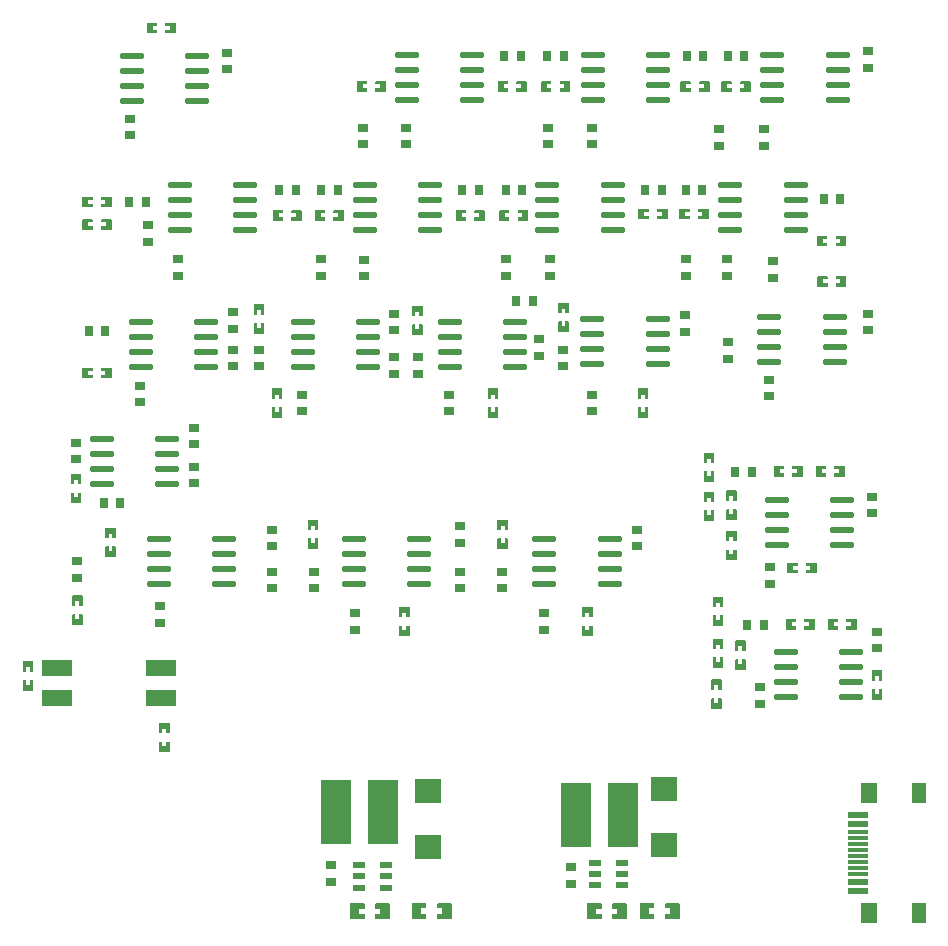
<source format=gtp>
G04 Layer: TopPasteMaskLayer*
G04 EasyEDA v6.5.40, 2024-04-23 11:15:46*
G04 c7e9cca6e7fb4e88997dfbcd3db0eb44,2d5800d2cc32464ebd88bb1e24ba3ef2,10*
G04 Gerber Generator version 0.2*
G04 Scale: 100 percent, Rotated: No, Reflected: No *
G04 Dimensions in inches *
G04 leading zeros omitted , absolute positions ,3 integer and 6 decimal *
%FSLAX36Y36*%
%MOIN*%

%AMMACRO1*21,1,$1,$2,0,0,$3*%
%ADD10R,0.0315X0.0354*%
%ADD11R,0.0354X0.0315*%
%ADD12MACRO1,0.0863X0.0806X0.0000*%
%ADD13R,0.0863X0.0806*%
%ADD14R,0.0984X0.2165*%
%ADD15R,0.0422X0.0209*%
%ADD16R,0.0472X0.0709*%
%ADD17R,0.0571X0.0709*%
%ADD18R,0.0650X0.0118*%
%ADD19R,0.0650X0.0236*%
%ADD20O,0.080512X0.02315*%
%ADD21MACRO1,0.1024X0.056X0.0000*%
%ADD22C,0.0122*%

%LPD*%
G36*
X2301020Y817960D02*
G01*
X2299060Y815980D01*
X2299060Y765600D01*
X2301020Y763620D01*
X2346300Y763620D01*
X2348260Y765600D01*
X2348080Y782120D01*
X2330740Y782120D01*
X2330740Y799840D01*
X2348460Y799840D01*
X2348260Y815980D01*
X2346300Y817960D01*
G37*
G36*
X2385660Y817960D02*
G01*
X2383700Y815980D01*
X2383900Y799840D01*
X2401220Y799840D01*
X2401220Y782120D01*
X2383700Y782120D01*
X2383700Y765600D01*
X2385660Y763620D01*
X2430940Y763620D01*
X2432920Y765600D01*
X2432920Y815980D01*
X2430940Y817960D01*
G37*
G36*
X1541020Y817960D02*
G01*
X1539060Y815980D01*
X1539060Y765600D01*
X1541020Y763620D01*
X1586300Y763620D01*
X1588260Y765600D01*
X1588080Y782120D01*
X1570740Y782120D01*
X1570740Y799840D01*
X1588460Y799840D01*
X1588260Y815980D01*
X1586300Y817960D01*
G37*
G36*
X1625660Y817960D02*
G01*
X1623700Y815980D01*
X1623899Y799840D01*
X1641220Y799840D01*
X1641220Y782120D01*
X1623700Y782120D01*
X1623700Y765600D01*
X1625660Y763620D01*
X1670940Y763620D01*
X1672920Y765600D01*
X1672920Y815980D01*
X1670940Y817960D01*
G37*
G36*
X2209680Y817700D02*
G01*
X2207720Y815720D01*
X2207920Y799200D01*
X2225240Y799200D01*
X2225240Y781480D01*
X2207520Y781480D01*
X2207720Y765340D01*
X2209680Y763360D01*
X2254960Y763360D01*
X2256940Y765340D01*
X2256940Y815720D01*
X2254960Y817700D01*
G37*
G36*
X2125040Y817700D02*
G01*
X2123080Y815720D01*
X2123080Y765340D01*
X2125040Y763360D01*
X2170320Y763360D01*
X2172280Y765340D01*
X2172080Y781480D01*
X2154760Y781480D01*
X2154760Y799200D01*
X2172280Y799200D01*
X2172280Y815720D01*
X2170320Y817700D01*
G37*
G36*
X1419680Y817700D02*
G01*
X1417720Y815720D01*
X1417920Y799200D01*
X1435240Y799200D01*
X1435240Y781480D01*
X1417520Y781480D01*
X1417720Y765340D01*
X1419680Y763360D01*
X1464960Y763360D01*
X1466940Y765340D01*
X1466940Y815720D01*
X1464960Y817700D01*
G37*
G36*
X1335040Y817700D02*
G01*
X1333080Y815720D01*
X1333080Y765340D01*
X1335040Y763360D01*
X1380320Y763360D01*
X1382280Y765340D01*
X1382080Y781480D01*
X1364760Y781480D01*
X1364760Y799200D01*
X1382280Y799200D01*
X1382280Y815720D01*
X1380320Y817700D01*
G37*
G36*
X2514260Y2256420D02*
G01*
X2512280Y2254440D01*
X2512280Y2222960D01*
X2514260Y2220980D01*
X2545740Y2220980D01*
X2547720Y2222960D01*
X2547720Y2254440D01*
X2545740Y2256420D01*
X2536780Y2256420D01*
X2536780Y2241840D01*
X2523780Y2241840D01*
X2523780Y2256420D01*
G37*
G36*
X2514260Y2319020D02*
G01*
X2512280Y2317040D01*
X2512280Y2285940D01*
X2514260Y2283980D01*
X2523780Y2283980D01*
X2523780Y2298940D01*
X2536780Y2298940D01*
X2536780Y2283980D01*
X2545740Y2283980D01*
X2547720Y2285940D01*
X2547720Y2317040D01*
X2545740Y2319020D01*
G37*
G36*
X2810560Y2274880D02*
G01*
X2808580Y2272900D01*
X2808580Y2263940D01*
X2823140Y2263940D01*
X2823140Y2250940D01*
X2808580Y2250940D01*
X2808580Y2241400D01*
X2810560Y2239440D01*
X2842040Y2239440D01*
X2844020Y2241400D01*
X2844020Y2272900D01*
X2842040Y2274880D01*
G37*
G36*
X2747960Y2274880D02*
G01*
X2745980Y2272900D01*
X2745980Y2241400D01*
X2747960Y2239440D01*
X2779060Y2239440D01*
X2781019Y2241400D01*
X2781019Y2250940D01*
X2766060Y2250940D01*
X2766060Y2263940D01*
X2781019Y2263940D01*
X2781019Y2272900D01*
X2779060Y2274880D01*
G37*
G36*
X2950560Y2274880D02*
G01*
X2948580Y2272900D01*
X2948580Y2263940D01*
X2963140Y2263940D01*
X2963140Y2250940D01*
X2948580Y2250940D01*
X2948580Y2241400D01*
X2950560Y2239440D01*
X2982040Y2239440D01*
X2984020Y2241400D01*
X2984020Y2272900D01*
X2982040Y2274880D01*
G37*
G36*
X2887960Y2274880D02*
G01*
X2885980Y2272900D01*
X2885980Y2241400D01*
X2887960Y2239440D01*
X2919060Y2239440D01*
X2921019Y2241400D01*
X2921019Y2250940D01*
X2906060Y2250940D01*
X2906060Y2263940D01*
X2921019Y2263940D01*
X2921019Y2272900D01*
X2919060Y2274880D01*
G37*
G36*
X2544260Y1776420D02*
G01*
X2542280Y1774440D01*
X2542280Y1742960D01*
X2544260Y1740980D01*
X2575740Y1740980D01*
X2577720Y1742960D01*
X2577720Y1774440D01*
X2575740Y1776420D01*
X2566780Y1776420D01*
X2566780Y1761840D01*
X2553780Y1761840D01*
X2553780Y1776420D01*
G37*
G36*
X2544260Y1839019D02*
G01*
X2542280Y1837040D01*
X2542280Y1805940D01*
X2544260Y1803980D01*
X2553780Y1803980D01*
X2553780Y1818940D01*
X2566780Y1818940D01*
X2566780Y1803980D01*
X2575740Y1803980D01*
X2577720Y1805940D01*
X2577720Y1837040D01*
X2575740Y1839019D01*
G37*
G36*
X2990560Y1764880D02*
G01*
X2988580Y1762900D01*
X2988580Y1753940D01*
X3003140Y1753940D01*
X3003140Y1740940D01*
X2988580Y1740940D01*
X2988580Y1731399D01*
X2990560Y1729440D01*
X3022040Y1729440D01*
X3024020Y1731399D01*
X3024020Y1762900D01*
X3022040Y1764880D01*
G37*
G36*
X2927960Y1764880D02*
G01*
X2925980Y1762900D01*
X2925980Y1731399D01*
X2927960Y1729440D01*
X2959060Y1729440D01*
X2961019Y1731399D01*
X2961019Y1740940D01*
X2946060Y1740940D01*
X2946060Y1753940D01*
X2961019Y1753940D01*
X2961019Y1762900D01*
X2959060Y1764880D01*
G37*
G36*
X2109260Y1805020D02*
G01*
X2107280Y1803040D01*
X2107280Y1771540D01*
X2109260Y1769580D01*
X2118220Y1769580D01*
X2118220Y1784139D01*
X2131220Y1784139D01*
X2131220Y1769580D01*
X2140740Y1769580D01*
X2142720Y1771540D01*
X2142720Y1803040D01*
X2140740Y1805020D01*
G37*
G36*
X2109260Y1742020D02*
G01*
X2107280Y1740060D01*
X2107280Y1708940D01*
X2109260Y1706980D01*
X2140740Y1706980D01*
X2142720Y1708940D01*
X2142720Y1740060D01*
X2140740Y1742020D01*
X2131220Y1742020D01*
X2131220Y1727060D01*
X2118220Y1727060D01*
X2118220Y1742020D01*
G37*
G36*
X1499259Y1805020D02*
G01*
X1497280Y1803040D01*
X1497280Y1771540D01*
X1499259Y1769580D01*
X1508220Y1769580D01*
X1508220Y1784139D01*
X1521220Y1784139D01*
X1521220Y1769580D01*
X1530740Y1769580D01*
X1532720Y1771540D01*
X1532720Y1803040D01*
X1530740Y1805020D01*
G37*
G36*
X1499259Y1742020D02*
G01*
X1497280Y1740060D01*
X1497280Y1708940D01*
X1499259Y1706980D01*
X1530740Y1706980D01*
X1532720Y1708940D01*
X1532720Y1740060D01*
X1530740Y1742020D01*
X1521220Y1742020D01*
X1521220Y1727060D01*
X1508220Y1727060D01*
X1508220Y1742020D01*
G37*
G36*
X519260Y2006420D02*
G01*
X517280Y2004440D01*
X517280Y1972960D01*
X519260Y1970980D01*
X550740Y1970980D01*
X552720Y1972960D01*
X552720Y2004440D01*
X550740Y2006420D01*
X541780Y2006420D01*
X541780Y1991840D01*
X528780Y1991840D01*
X528780Y2006420D01*
G37*
G36*
X519260Y2069019D02*
G01*
X517280Y2067040D01*
X517280Y2035940D01*
X519260Y2033980D01*
X528780Y2033980D01*
X528780Y2048940D01*
X541780Y2048940D01*
X541780Y2033980D01*
X550740Y2033980D01*
X552720Y2035940D01*
X552720Y2067040D01*
X550740Y2069019D01*
G37*
G36*
X1794259Y2533220D02*
G01*
X1792280Y2531240D01*
X1792280Y2499740D01*
X1794259Y2497780D01*
X1803220Y2497780D01*
X1803220Y2512340D01*
X1816220Y2512340D01*
X1816220Y2497780D01*
X1825740Y2497780D01*
X1827720Y2499740D01*
X1827720Y2531240D01*
X1825740Y2533220D01*
G37*
G36*
X1794259Y2470220D02*
G01*
X1792280Y2468260D01*
X1792280Y2437160D01*
X1794259Y2435180D01*
X1825740Y2435180D01*
X1827720Y2437160D01*
X1827720Y2468260D01*
X1825740Y2470220D01*
X1816220Y2470220D01*
X1816220Y2455260D01*
X1803220Y2455260D01*
X1803220Y2470220D01*
G37*
G36*
X2294260Y2533220D02*
G01*
X2292280Y2531240D01*
X2292280Y2499740D01*
X2294260Y2497780D01*
X2303220Y2497780D01*
X2303220Y2512340D01*
X2316220Y2512340D01*
X2316220Y2497780D01*
X2325740Y2497780D01*
X2327720Y2499740D01*
X2327720Y2531240D01*
X2325740Y2533220D01*
G37*
G36*
X2294260Y2470220D02*
G01*
X2292280Y2468260D01*
X2292280Y2437160D01*
X2294260Y2435180D01*
X2325740Y2435180D01*
X2327720Y2437160D01*
X2327720Y2468260D01*
X2325740Y2470220D01*
X2316220Y2470220D01*
X2316220Y2455260D01*
X2303220Y2455260D01*
X2303220Y2470220D01*
G37*
G36*
X720560Y3752720D02*
G01*
X718580Y3750740D01*
X718580Y3741780D01*
X733160Y3741780D01*
X733160Y3728780D01*
X718580Y3728780D01*
X718580Y3719260D01*
X720560Y3717280D01*
X752039Y3717280D01*
X754020Y3719260D01*
X754020Y3750740D01*
X752039Y3752720D01*
G37*
G36*
X657960Y3752720D02*
G01*
X655980Y3750740D01*
X655980Y3719260D01*
X657960Y3717280D01*
X689060Y3717280D01*
X691020Y3719260D01*
X691020Y3728780D01*
X676060Y3728780D01*
X676060Y3741780D01*
X691020Y3741780D01*
X691020Y3750740D01*
X689060Y3752720D01*
G37*
G36*
X2635560Y3557720D02*
G01*
X2633580Y3555740D01*
X2633580Y3546780D01*
X2648140Y3546780D01*
X2648140Y3533780D01*
X2633580Y3533780D01*
X2633580Y3524260D01*
X2635560Y3522280D01*
X2667040Y3522280D01*
X2669020Y3524260D01*
X2669020Y3555740D01*
X2667040Y3557720D01*
G37*
G36*
X2572960Y3557720D02*
G01*
X2570980Y3555740D01*
X2570980Y3524260D01*
X2572960Y3522280D01*
X2604060Y3522280D01*
X2606019Y3524260D01*
X2606019Y3533780D01*
X2591060Y3533780D01*
X2591060Y3546780D01*
X2606019Y3546780D01*
X2606019Y3555740D01*
X2604060Y3557720D01*
G37*
G36*
X1826200Y2033020D02*
G01*
X1824240Y2031060D01*
X1824240Y1999560D01*
X1826200Y1997600D01*
X1857700Y1997600D01*
X1859660Y1999560D01*
X1859660Y2031060D01*
X1857700Y2033020D01*
X1848720Y2033020D01*
X1848720Y2018460D01*
X1835720Y2018460D01*
X1835720Y2033020D01*
G37*
G36*
X1826200Y2095620D02*
G01*
X1824240Y2093660D01*
X1824240Y2062560D01*
X1826200Y2060580D01*
X1835720Y2060580D01*
X1835720Y2075540D01*
X1848720Y2075540D01*
X1848720Y2060580D01*
X1857700Y2060580D01*
X1859660Y2062560D01*
X1859660Y2093660D01*
X1857700Y2095620D01*
G37*
G36*
X1194260Y2033020D02*
G01*
X1192280Y2031060D01*
X1192280Y1999560D01*
X1194260Y1997600D01*
X1225740Y1997600D01*
X1227720Y1999560D01*
X1227720Y2031060D01*
X1225740Y2033020D01*
X1216780Y2033020D01*
X1216780Y2018460D01*
X1203780Y2018460D01*
X1203780Y2033020D01*
G37*
G36*
X1194260Y2095620D02*
G01*
X1192280Y2093660D01*
X1192280Y2062560D01*
X1194260Y2060580D01*
X1203780Y2060580D01*
X1203780Y2075540D01*
X1216780Y2075540D01*
X1216780Y2060580D01*
X1225740Y2060580D01*
X1227720Y2062560D01*
X1227720Y2093660D01*
X1225740Y2095620D01*
G37*
G36*
X409260Y1844019D02*
G01*
X407280Y1842040D01*
X407280Y1810560D01*
X409260Y1808580D01*
X418220Y1808580D01*
X418220Y1823160D01*
X431220Y1823160D01*
X431220Y1808580D01*
X440740Y1808580D01*
X442720Y1810560D01*
X442720Y1842040D01*
X440740Y1844019D01*
G37*
G36*
X409260Y1781020D02*
G01*
X407280Y1779060D01*
X407280Y1747960D01*
X409260Y1745980D01*
X440740Y1745980D01*
X442720Y1747960D01*
X442720Y1779060D01*
X440740Y1781020D01*
X431220Y1781020D01*
X431220Y1766060D01*
X418220Y1766060D01*
X418220Y1781020D01*
G37*
G36*
X1014260Y2814020D02*
G01*
X1012280Y2812040D01*
X1012280Y2780560D01*
X1014260Y2778580D01*
X1023220Y2778580D01*
X1023220Y2793159D01*
X1036220Y2793159D01*
X1036220Y2778580D01*
X1045740Y2778580D01*
X1047720Y2780560D01*
X1047720Y2812040D01*
X1045740Y2814020D01*
G37*
G36*
X1014260Y2751019D02*
G01*
X1012280Y2749060D01*
X1012280Y2717960D01*
X1014260Y2715980D01*
X1045740Y2715980D01*
X1047720Y2717960D01*
X1047720Y2749060D01*
X1045740Y2751019D01*
X1036220Y2751019D01*
X1036220Y2736060D01*
X1023220Y2736060D01*
X1023220Y2751019D01*
G37*
G36*
X1074260Y2533220D02*
G01*
X1072280Y2531240D01*
X1072280Y2499740D01*
X1074260Y2497780D01*
X1083220Y2497780D01*
X1083220Y2512340D01*
X1096220Y2512340D01*
X1096220Y2497780D01*
X1105740Y2497780D01*
X1107720Y2499740D01*
X1107720Y2531240D01*
X1105740Y2533220D01*
G37*
G36*
X1074260Y2470220D02*
G01*
X1072280Y2468260D01*
X1072280Y2437160D01*
X1074260Y2435180D01*
X1105740Y2435180D01*
X1107720Y2437160D01*
X1107720Y2468260D01*
X1105740Y2470220D01*
X1096220Y2470220D01*
X1096220Y2455260D01*
X1083220Y2455260D01*
X1083220Y2470220D01*
G37*
G36*
X1542300Y2746420D02*
G01*
X1540340Y2744440D01*
X1540340Y2712960D01*
X1542300Y2710980D01*
X1573800Y2710980D01*
X1575760Y2712960D01*
X1575760Y2744440D01*
X1573800Y2746420D01*
X1564820Y2746420D01*
X1564820Y2731840D01*
X1551840Y2731840D01*
X1551840Y2746420D01*
G37*
G36*
X1542300Y2809020D02*
G01*
X1540340Y2807040D01*
X1540340Y2775940D01*
X1542300Y2773980D01*
X1551840Y2773980D01*
X1551840Y2788940D01*
X1564820Y2788940D01*
X1564820Y2773980D01*
X1573800Y2773980D01*
X1575760Y2775940D01*
X1575760Y2807040D01*
X1573800Y2809020D01*
G37*
G36*
X505360Y2602720D02*
G01*
X503380Y2600740D01*
X503380Y2591780D01*
X517960Y2591780D01*
X517960Y2578780D01*
X503380Y2578780D01*
X503380Y2569260D01*
X505360Y2567280D01*
X536860Y2567280D01*
X538820Y2569260D01*
X538820Y2600740D01*
X536860Y2602720D01*
G37*
G36*
X442760Y2602720D02*
G01*
X440800Y2600740D01*
X440800Y2569260D01*
X442760Y2567280D01*
X473860Y2567280D01*
X475840Y2569260D01*
X475840Y2578780D01*
X460880Y2578780D01*
X460880Y2591780D01*
X475840Y2591780D01*
X475840Y2600740D01*
X473860Y2602720D01*
G37*
G36*
X2029259Y2756420D02*
G01*
X2027280Y2754440D01*
X2027280Y2722960D01*
X2029259Y2720980D01*
X2060740Y2720980D01*
X2062720Y2722960D01*
X2062720Y2754440D01*
X2060740Y2756420D01*
X2051780Y2756420D01*
X2051780Y2741840D01*
X2038779Y2741840D01*
X2038779Y2756420D01*
G37*
G36*
X2029259Y2819020D02*
G01*
X2027280Y2817040D01*
X2027280Y2785940D01*
X2029259Y2783980D01*
X2038779Y2783980D01*
X2038779Y2798940D01*
X2051780Y2798940D01*
X2051780Y2783980D01*
X2060740Y2783980D01*
X2062720Y2785940D01*
X2062720Y2817040D01*
X2060740Y2819020D01*
G37*
G36*
X404260Y2249020D02*
G01*
X402280Y2247040D01*
X402280Y2215560D01*
X404260Y2213580D01*
X413220Y2213580D01*
X413220Y2228160D01*
X426220Y2228160D01*
X426220Y2213580D01*
X435740Y2213580D01*
X437720Y2215560D01*
X437720Y2247040D01*
X435740Y2249020D01*
G37*
G36*
X404260Y2186020D02*
G01*
X402280Y2184060D01*
X402280Y2152960D01*
X404260Y2150980D01*
X435740Y2150980D01*
X437720Y2152960D01*
X437720Y2184060D01*
X435740Y2186020D01*
X426220Y2186020D01*
X426220Y2171060D01*
X413220Y2171060D01*
X413220Y2186020D01*
G37*
G36*
X2499740Y3557720D02*
G01*
X2497780Y3555740D01*
X2497780Y3546780D01*
X2512340Y3546780D01*
X2512340Y3533780D01*
X2497780Y3533780D01*
X2497780Y3524260D01*
X2499740Y3522280D01*
X2531240Y3522280D01*
X2533200Y3524260D01*
X2533200Y3555740D01*
X2531240Y3557720D01*
G37*
G36*
X2437140Y3557720D02*
G01*
X2435180Y3555740D01*
X2435180Y3524260D01*
X2437140Y3522280D01*
X2468240Y3522280D01*
X2470220Y3524260D01*
X2470220Y3533780D01*
X2455260Y3533780D01*
X2455260Y3546780D01*
X2470220Y3546780D01*
X2470220Y3555740D01*
X2468240Y3557720D01*
G37*
G36*
X1420560Y3557720D02*
G01*
X1418580Y3555740D01*
X1418580Y3546780D01*
X1433140Y3546780D01*
X1433140Y3533780D01*
X1418580Y3533780D01*
X1418580Y3524260D01*
X1420560Y3522280D01*
X1452040Y3522280D01*
X1454019Y3524260D01*
X1454019Y3555740D01*
X1452040Y3557720D01*
G37*
G36*
X1357960Y3557720D02*
G01*
X1355980Y3555740D01*
X1355980Y3524260D01*
X1357960Y3522280D01*
X1389060Y3522280D01*
X1391020Y3524260D01*
X1391020Y3533780D01*
X1376060Y3533780D01*
X1376060Y3546780D01*
X1391020Y3546780D01*
X1391020Y3555740D01*
X1389060Y3557720D01*
G37*
G36*
X1890360Y3557720D02*
G01*
X1888380Y3555740D01*
X1888380Y3546780D01*
X1902960Y3546780D01*
X1902960Y3533780D01*
X1888380Y3533780D01*
X1888380Y3524260D01*
X1890360Y3522280D01*
X1921860Y3522280D01*
X1923820Y3524260D01*
X1923820Y3555740D01*
X1921860Y3557720D01*
G37*
G36*
X1827760Y3557720D02*
G01*
X1825780Y3555740D01*
X1825780Y3524260D01*
X1827760Y3522280D01*
X1858860Y3522280D01*
X1860820Y3524260D01*
X1860820Y3533780D01*
X1845860Y3533780D01*
X1845860Y3546780D01*
X1860820Y3546780D01*
X1860820Y3555740D01*
X1858860Y3557720D01*
G37*
G36*
X2034740Y3557720D02*
G01*
X2032780Y3555740D01*
X2032780Y3546780D01*
X2047340Y3546780D01*
X2047340Y3533780D01*
X2032780Y3533780D01*
X2032780Y3524260D01*
X2034740Y3522280D01*
X2066240Y3522280D01*
X2068200Y3524260D01*
X2068200Y3555740D01*
X2066240Y3557720D01*
G37*
G36*
X1972140Y3557720D02*
G01*
X1970180Y3555740D01*
X1970180Y3524260D01*
X1972140Y3522280D01*
X2003240Y3522280D01*
X2005220Y3524260D01*
X2005220Y3533780D01*
X1990260Y3533780D01*
X1990260Y3546780D01*
X2005220Y3546780D01*
X2005220Y3555740D01*
X2003240Y3557720D01*
G37*
G36*
X1750360Y3127720D02*
G01*
X1748380Y3125740D01*
X1748380Y3116780D01*
X1762960Y3116780D01*
X1762960Y3103780D01*
X1748380Y3103780D01*
X1748380Y3094260D01*
X1750360Y3092280D01*
X1781860Y3092280D01*
X1783820Y3094260D01*
X1783820Y3125740D01*
X1781860Y3127720D01*
G37*
G36*
X1687760Y3127720D02*
G01*
X1685780Y3125740D01*
X1685780Y3094260D01*
X1687760Y3092280D01*
X1718860Y3092280D01*
X1720820Y3094260D01*
X1720820Y3103780D01*
X1705860Y3103780D01*
X1705860Y3116780D01*
X1720820Y3116780D01*
X1720820Y3125740D01*
X1718860Y3127720D01*
G37*
G36*
X1894740Y3127720D02*
G01*
X1892780Y3125740D01*
X1892780Y3116780D01*
X1907340Y3116780D01*
X1907340Y3103780D01*
X1892780Y3103780D01*
X1892780Y3094260D01*
X1894740Y3092280D01*
X1926240Y3092280D01*
X1928200Y3094260D01*
X1928200Y3125740D01*
X1926240Y3127720D01*
G37*
G36*
X1832140Y3127720D02*
G01*
X1830180Y3125740D01*
X1830180Y3094260D01*
X1832140Y3092280D01*
X1863240Y3092280D01*
X1865220Y3094260D01*
X1865220Y3103780D01*
X1850260Y3103780D01*
X1850260Y3116780D01*
X1865220Y3116780D01*
X1865220Y3125740D01*
X1863240Y3127720D01*
G37*
G36*
X2495560Y3132720D02*
G01*
X2493580Y3130740D01*
X2493580Y3121780D01*
X2508140Y3121780D01*
X2508140Y3108780D01*
X2493580Y3108780D01*
X2493580Y3099260D01*
X2495560Y3097280D01*
X2527040Y3097280D01*
X2529020Y3099260D01*
X2529020Y3130740D01*
X2527040Y3132720D01*
G37*
G36*
X2432960Y3132720D02*
G01*
X2430980Y3130740D01*
X2430980Y3099260D01*
X2432960Y3097280D01*
X2464060Y3097280D01*
X2466020Y3099260D01*
X2466020Y3108780D01*
X2451060Y3108780D01*
X2451060Y3121780D01*
X2466020Y3121780D01*
X2466020Y3130740D01*
X2464060Y3132720D01*
G37*
G36*
X2359740Y3132720D02*
G01*
X2357780Y3130740D01*
X2357780Y3121780D01*
X2372340Y3121780D01*
X2372340Y3108780D01*
X2357780Y3108780D01*
X2357780Y3099260D01*
X2359740Y3097280D01*
X2391240Y3097280D01*
X2393200Y3099260D01*
X2393200Y3130740D01*
X2391240Y3132720D01*
G37*
G36*
X2297140Y3132720D02*
G01*
X2295180Y3130740D01*
X2295180Y3099260D01*
X2297140Y3097280D01*
X2328240Y3097280D01*
X2330220Y3099260D01*
X2330220Y3108780D01*
X2315260Y3108780D01*
X2315260Y3121780D01*
X2330220Y3121780D01*
X2330220Y3130740D01*
X2328240Y3132720D01*
G37*
G36*
X442760Y3097720D02*
G01*
X440800Y3095740D01*
X440800Y3064260D01*
X442760Y3062280D01*
X474260Y3062280D01*
X476220Y3064260D01*
X476220Y3073220D01*
X461659Y3073220D01*
X461659Y3086220D01*
X476220Y3086220D01*
X476220Y3095740D01*
X474260Y3097720D01*
G37*
G36*
X505760Y3097720D02*
G01*
X503780Y3095740D01*
X503780Y3086220D01*
X518740Y3086220D01*
X518740Y3073220D01*
X503780Y3073220D01*
X503780Y3064260D01*
X505760Y3062280D01*
X536860Y3062280D01*
X538820Y3064260D01*
X538820Y3095740D01*
X536860Y3097720D01*
G37*
G36*
X505360Y3172720D02*
G01*
X503380Y3170740D01*
X503380Y3161780D01*
X517960Y3161780D01*
X517960Y3148780D01*
X503380Y3148780D01*
X503380Y3139260D01*
X505360Y3137280D01*
X536860Y3137280D01*
X538820Y3139260D01*
X538820Y3170740D01*
X536860Y3172720D01*
G37*
G36*
X442760Y3172720D02*
G01*
X440800Y3170740D01*
X440800Y3139260D01*
X442760Y3137280D01*
X473860Y3137280D01*
X475840Y3139260D01*
X475840Y3148780D01*
X460880Y3148780D01*
X460880Y3161780D01*
X475840Y3161780D01*
X475840Y3170740D01*
X473860Y3172720D01*
G37*
G36*
X1140360Y3127720D02*
G01*
X1138380Y3125740D01*
X1138380Y3116780D01*
X1152960Y3116780D01*
X1152960Y3103780D01*
X1138380Y3103780D01*
X1138380Y3094260D01*
X1140360Y3092280D01*
X1171860Y3092280D01*
X1173820Y3094260D01*
X1173820Y3125740D01*
X1171860Y3127720D01*
G37*
G36*
X1077760Y3127720D02*
G01*
X1075780Y3125740D01*
X1075780Y3094260D01*
X1077760Y3092280D01*
X1108860Y3092280D01*
X1110820Y3094260D01*
X1110820Y3103780D01*
X1095860Y3103780D01*
X1095860Y3116780D01*
X1110820Y3116780D01*
X1110820Y3125740D01*
X1108860Y3127720D01*
G37*
G36*
X1280560Y3127720D02*
G01*
X1278580Y3125740D01*
X1278580Y3116780D01*
X1293140Y3116780D01*
X1293140Y3103780D01*
X1278580Y3103780D01*
X1278580Y3094260D01*
X1280560Y3092280D01*
X1312040Y3092280D01*
X1314019Y3094260D01*
X1314019Y3125740D01*
X1312040Y3127720D01*
G37*
G36*
X1217960Y3127720D02*
G01*
X1215980Y3125740D01*
X1215980Y3094260D01*
X1217960Y3092280D01*
X1249060Y3092280D01*
X1251020Y3094260D01*
X1251020Y3103780D01*
X1236060Y3103780D01*
X1236060Y3116780D01*
X1251020Y3116780D01*
X1251020Y3125740D01*
X1249060Y3127720D01*
G37*
G36*
X2892140Y2907720D02*
G01*
X2890179Y2905740D01*
X2890179Y2874260D01*
X2892140Y2872280D01*
X2923639Y2872280D01*
X2925620Y2874260D01*
X2925620Y2883220D01*
X2911040Y2883220D01*
X2911040Y2896220D01*
X2925620Y2896220D01*
X2925620Y2905740D01*
X2923639Y2907720D01*
G37*
G36*
X2955140Y2907720D02*
G01*
X2953180Y2905740D01*
X2953180Y2896220D01*
X2968140Y2896220D01*
X2968140Y2883220D01*
X2953180Y2883220D01*
X2953180Y2874260D01*
X2955140Y2872280D01*
X2986240Y2872280D01*
X2988200Y2874260D01*
X2988200Y2905740D01*
X2986240Y2907720D01*
G37*
G36*
X2954740Y3042720D02*
G01*
X2952780Y3040740D01*
X2952780Y3031780D01*
X2967340Y3031780D01*
X2967340Y3018780D01*
X2952780Y3018780D01*
X2952780Y3009260D01*
X2954740Y3007280D01*
X2986240Y3007280D01*
X2988200Y3009260D01*
X2988200Y3040740D01*
X2986240Y3042720D01*
G37*
G36*
X2892140Y3042720D02*
G01*
X2890179Y3040740D01*
X2890179Y3009260D01*
X2892140Y3007280D01*
X2923240Y3007280D01*
X2925220Y3009260D01*
X2925220Y3018780D01*
X2910260Y3018780D01*
X2910260Y3031780D01*
X2925220Y3031780D01*
X2925220Y3040740D01*
X2923240Y3042720D01*
G37*
G36*
X2514260Y2126420D02*
G01*
X2512280Y2124440D01*
X2512280Y2092960D01*
X2514260Y2090980D01*
X2545740Y2090980D01*
X2547720Y2092960D01*
X2547720Y2124440D01*
X2545740Y2126420D01*
X2536780Y2126420D01*
X2536780Y2111840D01*
X2523780Y2111840D01*
X2523780Y2126420D01*
G37*
G36*
X2514260Y2189020D02*
G01*
X2512280Y2187040D01*
X2512280Y2155940D01*
X2514260Y2153980D01*
X2523780Y2153980D01*
X2523780Y2168940D01*
X2536780Y2168940D01*
X2536780Y2153980D01*
X2545740Y2153980D01*
X2547720Y2155940D01*
X2547720Y2187040D01*
X2545740Y2189020D01*
G37*
G36*
X2589260Y2194020D02*
G01*
X2587280Y2192040D01*
X2587280Y2160560D01*
X2589260Y2158580D01*
X2598220Y2158580D01*
X2598220Y2173160D01*
X2611220Y2173160D01*
X2611220Y2158580D01*
X2620740Y2158580D01*
X2622720Y2160560D01*
X2622720Y2192040D01*
X2620740Y2194020D01*
G37*
G36*
X2589260Y2131020D02*
G01*
X2587280Y2129060D01*
X2587280Y2097960D01*
X2589260Y2095980D01*
X2620740Y2095980D01*
X2622720Y2097960D01*
X2622720Y2129060D01*
X2620740Y2131020D01*
X2611220Y2131020D01*
X2611220Y2116060D01*
X2598220Y2116060D01*
X2598220Y2131020D01*
G37*
G36*
X2589260Y2059019D02*
G01*
X2587280Y2057040D01*
X2587280Y2025560D01*
X2589260Y2023580D01*
X2598220Y2023580D01*
X2598220Y2038160D01*
X2611220Y2038160D01*
X2611220Y2023580D01*
X2620740Y2023580D01*
X2622720Y2025560D01*
X2622720Y2057040D01*
X2620740Y2059019D01*
G37*
G36*
X2589260Y1996020D02*
G01*
X2587280Y1994060D01*
X2587280Y1962960D01*
X2589260Y1960980D01*
X2620740Y1960980D01*
X2622720Y1962960D01*
X2622720Y1994060D01*
X2620740Y1996020D01*
X2611220Y1996020D01*
X2611220Y1981060D01*
X2598220Y1981060D01*
X2598220Y1996020D01*
G37*
G36*
X2855560Y1952720D02*
G01*
X2853580Y1950740D01*
X2853580Y1941780D01*
X2868140Y1941780D01*
X2868140Y1928779D01*
X2853580Y1928779D01*
X2853580Y1919259D01*
X2855560Y1917280D01*
X2887040Y1917280D01*
X2889020Y1919259D01*
X2889020Y1950740D01*
X2887040Y1952720D01*
G37*
G36*
X2792960Y1952720D02*
G01*
X2790980Y1950740D01*
X2790980Y1919259D01*
X2792960Y1917280D01*
X2824060Y1917280D01*
X2826019Y1919259D01*
X2826019Y1928779D01*
X2811060Y1928779D01*
X2811060Y1941780D01*
X2826019Y1941780D01*
X2826019Y1950740D01*
X2824060Y1952720D01*
G37*
G36*
X2619260Y1694019D02*
G01*
X2617280Y1692040D01*
X2617280Y1660560D01*
X2619260Y1658580D01*
X2628220Y1658580D01*
X2628220Y1673160D01*
X2641220Y1673160D01*
X2641220Y1658580D01*
X2650740Y1658580D01*
X2652720Y1660560D01*
X2652720Y1692040D01*
X2650740Y1694019D01*
G37*
G36*
X2619260Y1631020D02*
G01*
X2617280Y1629060D01*
X2617280Y1597960D01*
X2619260Y1595980D01*
X2650740Y1595980D01*
X2652720Y1597960D01*
X2652720Y1629060D01*
X2650740Y1631020D01*
X2641220Y1631020D01*
X2641220Y1616060D01*
X2628220Y1616060D01*
X2628220Y1631020D01*
G37*
G36*
X2539260Y1564019D02*
G01*
X2537280Y1562040D01*
X2537280Y1530560D01*
X2539260Y1528580D01*
X2548220Y1528580D01*
X2548220Y1543160D01*
X2561220Y1543160D01*
X2561220Y1528580D01*
X2570740Y1528580D01*
X2572720Y1530560D01*
X2572720Y1562040D01*
X2570740Y1564019D01*
G37*
G36*
X2539260Y1501020D02*
G01*
X2537280Y1499060D01*
X2537280Y1467960D01*
X2539260Y1465980D01*
X2570740Y1465980D01*
X2572720Y1467960D01*
X2572720Y1499060D01*
X2570740Y1501020D01*
X2561220Y1501020D01*
X2561220Y1486060D01*
X2548220Y1486060D01*
X2548220Y1501020D01*
G37*
G36*
X3074260Y1594019D02*
G01*
X3072280Y1592040D01*
X3072280Y1560560D01*
X3074260Y1558580D01*
X3083220Y1558580D01*
X3083220Y1573160D01*
X3096220Y1573160D01*
X3096220Y1558580D01*
X3105740Y1558580D01*
X3107720Y1560560D01*
X3107720Y1592040D01*
X3105740Y1594019D01*
G37*
G36*
X3074260Y1531020D02*
G01*
X3072280Y1529060D01*
X3072280Y1497960D01*
X3074260Y1495980D01*
X3105740Y1495980D01*
X3107720Y1497960D01*
X3107720Y1529060D01*
X3105740Y1531020D01*
X3096220Y1531020D01*
X3096220Y1516060D01*
X3083220Y1516060D01*
X3083220Y1531020D01*
G37*
G36*
X2850560Y1764880D02*
G01*
X2848580Y1762900D01*
X2848580Y1753940D01*
X2863140Y1753940D01*
X2863140Y1740940D01*
X2848580Y1740940D01*
X2848580Y1731399D01*
X2850560Y1729440D01*
X2882040Y1729440D01*
X2884020Y1731399D01*
X2884020Y1762900D01*
X2882040Y1764880D01*
G37*
G36*
X2787960Y1764880D02*
G01*
X2785980Y1762900D01*
X2785980Y1731399D01*
X2787960Y1729440D01*
X2819060Y1729440D01*
X2821019Y1731399D01*
X2821019Y1740940D01*
X2806060Y1740940D01*
X2806060Y1753940D01*
X2821019Y1753940D01*
X2821019Y1762900D01*
X2819060Y1764880D01*
G37*
G36*
X2544260Y1636420D02*
G01*
X2542280Y1634440D01*
X2542280Y1602960D01*
X2544260Y1600980D01*
X2575740Y1600980D01*
X2577720Y1602960D01*
X2577720Y1634440D01*
X2575740Y1636420D01*
X2566780Y1636420D01*
X2566780Y1621840D01*
X2553780Y1621840D01*
X2553780Y1636420D01*
G37*
G36*
X2544260Y1699019D02*
G01*
X2542280Y1697040D01*
X2542280Y1665940D01*
X2544260Y1663980D01*
X2553780Y1663980D01*
X2553780Y1678940D01*
X2566780Y1678940D01*
X2566780Y1663980D01*
X2575740Y1663980D01*
X2577720Y1665940D01*
X2577720Y1697040D01*
X2575740Y1699019D01*
G37*
G36*
X244259Y1624019D02*
G01*
X242280Y1622040D01*
X242280Y1590560D01*
X244259Y1588580D01*
X253220Y1588580D01*
X253220Y1603160D01*
X266220Y1603160D01*
X266220Y1588580D01*
X275740Y1588580D01*
X277720Y1590560D01*
X277720Y1622040D01*
X275740Y1624019D01*
G37*
G36*
X244259Y1561020D02*
G01*
X242280Y1559060D01*
X242280Y1527960D01*
X244259Y1525980D01*
X275740Y1525980D01*
X277720Y1527960D01*
X277720Y1559060D01*
X275740Y1561020D01*
X266220Y1561020D01*
X266220Y1546060D01*
X253220Y1546060D01*
X253220Y1561020D01*
G37*
G36*
X699260Y1419019D02*
G01*
X697280Y1417040D01*
X697280Y1385560D01*
X699260Y1383580D01*
X708220Y1383580D01*
X708220Y1398160D01*
X721220Y1398160D01*
X721220Y1383580D01*
X730740Y1383580D01*
X732720Y1385560D01*
X732720Y1417040D01*
X730740Y1419019D01*
G37*
G36*
X699260Y1356020D02*
G01*
X697280Y1354060D01*
X697280Y1322960D01*
X699260Y1320980D01*
X730740Y1320980D01*
X732720Y1322960D01*
X732720Y1354060D01*
X730740Y1356020D01*
X721220Y1356020D01*
X721220Y1341060D01*
X708220Y1341060D01*
X708220Y1356020D01*
G37*
D10*
G01*
X2672560Y2255000D03*
G01*
X2617439Y2255000D03*
G01*
X2712560Y1745000D03*
G01*
X2657439Y1745000D03*
D11*
G01*
X2070000Y882440D03*
G01*
X2070000Y937559D03*
G01*
X1270000Y944290D03*
G01*
X1270000Y889169D03*
G01*
X3075000Y2117440D03*
G01*
X3075000Y2172559D03*
G01*
X2735000Y1937559D03*
G01*
X2735000Y1882440D03*
G01*
X3090000Y1667440D03*
G01*
X3090000Y1722559D03*
G01*
X2700000Y1537559D03*
G01*
X2700000Y1482440D03*
D12*
G01*
X2380000Y1012055D03*
D13*
G01*
X2380000Y1197939D03*
D12*
G01*
X1595000Y1003804D03*
D13*
G01*
X1595000Y1189699D03*
D14*
G01*
X2086260Y1110000D03*
G01*
X2243739Y1110000D03*
G01*
X1286260Y1121729D03*
G01*
X1443739Y1121729D03*
D15*
G01*
X2149759Y952399D03*
G01*
X2149759Y915000D03*
G01*
X2149759Y877600D03*
G01*
X2240240Y877600D03*
G01*
X2240240Y915000D03*
G01*
X2240240Y952399D03*
D16*
G01*
X3229570Y1184209D03*
G01*
X3229570Y785000D03*
D17*
G01*
X3065000Y1184209D03*
G01*
X3065000Y785000D03*
D18*
G01*
X3025630Y1033820D03*
G01*
X3025630Y994450D03*
G01*
X3025630Y974760D03*
G01*
X3025630Y955079D03*
G01*
X3025630Y935390D03*
G01*
X3025630Y915709D03*
G01*
X3025630Y1014130D03*
G01*
X3025630Y1053499D03*
D19*
G01*
X3025630Y1112559D03*
G01*
X3025630Y1081060D03*
G01*
X3025630Y888150D03*
G01*
X3025630Y856649D03*
D15*
G01*
X1364759Y944130D03*
G01*
X1364759Y906729D03*
G01*
X1364759Y869329D03*
G01*
X1455240Y869329D03*
G01*
X1455240Y906729D03*
G01*
X1455240Y944130D03*
D11*
G01*
X1480000Y2727440D03*
G01*
X1480000Y2782559D03*
D10*
G01*
X1942560Y2825000D03*
G01*
X1887439Y2825000D03*
D11*
G01*
X600000Y3432559D03*
G01*
X600000Y3377440D03*
G01*
X925000Y3597440D03*
G01*
X925000Y3652559D03*
D10*
G01*
X1991830Y3640000D03*
G01*
X2046949Y3640000D03*
D11*
G01*
X1992830Y3402559D03*
G01*
X1992830Y3347440D03*
G01*
X1700219Y1921950D03*
G01*
X1700219Y1866830D03*
G01*
X1840000Y1866830D03*
G01*
X1840000Y1921950D03*
G01*
X1212160Y1921950D03*
G01*
X1212160Y1866830D03*
G01*
X1072380Y1921950D03*
G01*
X1072380Y1866830D03*
G01*
X425000Y1957559D03*
G01*
X425000Y1902440D03*
G01*
X815000Y2272559D03*
G01*
X815000Y2217440D03*
G01*
X1480000Y2582440D03*
G01*
X1480000Y2637559D03*
G01*
X1560000Y2582440D03*
G01*
X1560000Y2637559D03*
G01*
X2045000Y2607440D03*
G01*
X2045000Y2662559D03*
G01*
X1965000Y2697559D03*
G01*
X1965000Y2642440D03*
G01*
X420000Y2352370D03*
G01*
X420000Y2297249D03*
D10*
G01*
X462440Y2725000D03*
G01*
X517559Y2725000D03*
D11*
G01*
X945000Y2662559D03*
G01*
X945000Y2607440D03*
G01*
X1030000Y2662559D03*
G01*
X1030000Y2607440D03*
D10*
G01*
X2456830Y3640210D03*
G01*
X2511949Y3640210D03*
D11*
G01*
X2140000Y3402559D03*
G01*
X2140000Y3347440D03*
G01*
X3060000Y3602440D03*
G01*
X3060000Y3657559D03*
G01*
X2715000Y3397559D03*
G01*
X2715000Y3342440D03*
G01*
X945000Y2732440D03*
G01*
X945000Y2787559D03*
G01*
X635000Y2542559D03*
G01*
X635000Y2487440D03*
G01*
X1175000Y2512559D03*
G01*
X1175000Y2457440D03*
G01*
X1665000Y2512559D03*
G01*
X1665000Y2457440D03*
G01*
X2450000Y2722440D03*
G01*
X2450000Y2777559D03*
G01*
X2140000Y2512559D03*
G01*
X2140000Y2457440D03*
G01*
X814790Y2347440D03*
G01*
X814790Y2402559D03*
G01*
X1072160Y2007440D03*
G01*
X1072160Y2062559D03*
D10*
G01*
X512440Y2150000D03*
G01*
X567559Y2150000D03*
D11*
G01*
X700000Y1807559D03*
G01*
X700000Y1752440D03*
G01*
X1700000Y2018240D03*
G01*
X1700000Y2073359D03*
G01*
X1350000Y1783359D03*
G01*
X1350000Y1728240D03*
G01*
X2290000Y2007440D03*
G01*
X2290000Y2062559D03*
G01*
X1980000Y1783359D03*
G01*
X1980000Y1728240D03*
G01*
X2565000Y3397559D03*
G01*
X2565000Y3342440D03*
D10*
G01*
X2648360Y3640000D03*
G01*
X2593249Y3640000D03*
D20*
G01*
X2142449Y3645000D03*
G01*
X2142449Y3595000D03*
G01*
X2142449Y3545000D03*
G01*
X2142449Y3495000D03*
G01*
X2360749Y3645000D03*
G01*
X2360749Y3595000D03*
G01*
X2360749Y3545000D03*
G01*
X2360749Y3495000D03*
G01*
X1522449Y3645000D03*
G01*
X1522449Y3595000D03*
G01*
X1522449Y3545000D03*
G01*
X1522449Y3495000D03*
G01*
X1740749Y3645000D03*
G01*
X1740749Y3595000D03*
G01*
X1740749Y3545000D03*
G01*
X1740749Y3495000D03*
G01*
X2740850Y3645000D03*
G01*
X2740850Y3595000D03*
G01*
X2740850Y3545000D03*
G01*
X2740850Y3495000D03*
G01*
X2959149Y3645000D03*
G01*
X2959149Y3595000D03*
G01*
X2959149Y3545000D03*
G01*
X2959149Y3495000D03*
G01*
X765850Y3210000D03*
G01*
X765850Y3160000D03*
G01*
X765850Y3110000D03*
G01*
X765850Y3060000D03*
G01*
X984149Y3210000D03*
G01*
X984149Y3160000D03*
G01*
X984149Y3110000D03*
G01*
X984149Y3060000D03*
G01*
X1382449Y3210000D03*
G01*
X1382449Y3160000D03*
G01*
X1382449Y3110000D03*
G01*
X1382449Y3060000D03*
G01*
X1600749Y3210000D03*
G01*
X1600749Y3160000D03*
G01*
X1600749Y3110000D03*
G01*
X1600749Y3060000D03*
G01*
X1990850Y3210000D03*
G01*
X1990850Y3160000D03*
G01*
X1990850Y3110000D03*
G01*
X1990850Y3060000D03*
G01*
X2209149Y3210000D03*
G01*
X2209149Y3160000D03*
G01*
X2209149Y3110000D03*
G01*
X2209149Y3060000D03*
G01*
X2730850Y2770000D03*
G01*
X2730850Y2720000D03*
G01*
X2730850Y2670000D03*
G01*
X2730850Y2620000D03*
G01*
X2949149Y2770000D03*
G01*
X2949149Y2720000D03*
G01*
X2949149Y2670000D03*
G01*
X2949149Y2620000D03*
G01*
X2140850Y2765000D03*
G01*
X2140850Y2715000D03*
G01*
X2140850Y2665000D03*
G01*
X2140850Y2615000D03*
G01*
X2359149Y2765000D03*
G01*
X2359149Y2715000D03*
G01*
X2359149Y2665000D03*
G01*
X2359149Y2615000D03*
G01*
X1665850Y2755000D03*
G01*
X1665850Y2705000D03*
G01*
X1665850Y2655000D03*
G01*
X1665850Y2605000D03*
G01*
X1884149Y2755000D03*
G01*
X1884149Y2705000D03*
G01*
X1884149Y2655000D03*
G01*
X1884149Y2605000D03*
G01*
X1175850Y2755000D03*
G01*
X1175850Y2705000D03*
G01*
X1175850Y2655000D03*
G01*
X1175850Y2605000D03*
G01*
X1394149Y2755000D03*
G01*
X1394149Y2705000D03*
G01*
X1394149Y2655000D03*
G01*
X1394149Y2605000D03*
G01*
X635850Y2755000D03*
G01*
X635850Y2705000D03*
G01*
X635850Y2655000D03*
G01*
X635850Y2605000D03*
G01*
X854149Y2755000D03*
G01*
X854149Y2705000D03*
G01*
X854149Y2655000D03*
G01*
X854149Y2605000D03*
G01*
X505850Y2365000D03*
G01*
X505850Y2315000D03*
G01*
X505850Y2265000D03*
G01*
X505850Y2215000D03*
G01*
X724149Y2365000D03*
G01*
X724149Y2315000D03*
G01*
X724149Y2265000D03*
G01*
X724149Y2215000D03*
G01*
X695850Y2030000D03*
G01*
X695850Y1980000D03*
G01*
X695850Y1930000D03*
G01*
X695850Y1880000D03*
G01*
X914149Y2030000D03*
G01*
X914149Y1980000D03*
G01*
X914149Y1930000D03*
G01*
X914149Y1880000D03*
G01*
X1345850Y2030000D03*
G01*
X1345850Y1980000D03*
G01*
X1345850Y1930000D03*
G01*
X1345850Y1880000D03*
G01*
X1564149Y2030000D03*
G01*
X1564149Y1980000D03*
G01*
X1564149Y1930000D03*
G01*
X1564149Y1880000D03*
G01*
X1980850Y2030000D03*
G01*
X1980850Y1980000D03*
G01*
X1980850Y1930000D03*
G01*
X1980850Y1880000D03*
G01*
X2199149Y2030000D03*
G01*
X2199149Y1980000D03*
G01*
X2199149Y1930000D03*
G01*
X2199149Y1880000D03*
D11*
G01*
X1378639Y3402559D03*
G01*
X1378639Y3347440D03*
D10*
G01*
X1847439Y3640000D03*
G01*
X1902560Y3640000D03*
D11*
G01*
X1520000Y3402559D03*
G01*
X1520000Y3347440D03*
D10*
G01*
X1907560Y3195000D03*
G01*
X1852439Y3195000D03*
D11*
G01*
X1852830Y2963170D03*
G01*
X1852830Y2908049D03*
D10*
G01*
X1293360Y3194789D03*
G01*
X1238249Y3194789D03*
D11*
G01*
X1238639Y2963170D03*
G01*
X1238639Y2908049D03*
G01*
X660000Y3077559D03*
G01*
X660000Y3022440D03*
D10*
G01*
X652559Y3155000D03*
G01*
X597440Y3155000D03*
D11*
G01*
X2453639Y2963170D03*
G01*
X2453639Y2908049D03*
D10*
G01*
X2508360Y3195000D03*
G01*
X2453249Y3195000D03*
D11*
G01*
X2595000Y2687559D03*
G01*
X2595000Y2632440D03*
G01*
X2745000Y2902440D03*
G01*
X2745000Y2957559D03*
D10*
G01*
X1097439Y3195000D03*
G01*
X1152560Y3195000D03*
D11*
G01*
X760000Y2963170D03*
G01*
X760000Y2908049D03*
D10*
G01*
X1707439Y3195000D03*
G01*
X1762560Y3195000D03*
D11*
G01*
X1380000Y2962559D03*
G01*
X1380000Y2907440D03*
D10*
G01*
X2317439Y3195000D03*
G01*
X2372560Y3195000D03*
D11*
G01*
X2000000Y2963170D03*
G01*
X2000000Y2908049D03*
D10*
G01*
X2912439Y3165000D03*
G01*
X2967560Y3165000D03*
D11*
G01*
X2590000Y2963170D03*
G01*
X2590000Y2908049D03*
G01*
X3060000Y2782559D03*
G01*
X3060000Y2727440D03*
G01*
X2730000Y2562559D03*
G01*
X2730000Y2507440D03*
D20*
G01*
X2600850Y3210000D03*
G01*
X2600850Y3160000D03*
G01*
X2600850Y3110000D03*
G01*
X2600850Y3060000D03*
G01*
X2819149Y3210000D03*
G01*
X2819149Y3160000D03*
G01*
X2819149Y3110000D03*
G01*
X2819149Y3060000D03*
G01*
X2785850Y1655000D03*
G01*
X2785850Y1605000D03*
G01*
X2785850Y1555000D03*
G01*
X2785850Y1505000D03*
G01*
X3004149Y1655000D03*
G01*
X3004149Y1605000D03*
G01*
X3004149Y1555000D03*
G01*
X3004149Y1505000D03*
G01*
X2755850Y2160000D03*
G01*
X2755850Y2110000D03*
G01*
X2755850Y2060000D03*
G01*
X2755850Y2010000D03*
G01*
X2974149Y2160000D03*
G01*
X2974149Y2110000D03*
G01*
X2974149Y2060000D03*
G01*
X2974149Y2010000D03*
G01*
X605850Y3640000D03*
G01*
X605850Y3590000D03*
G01*
X605850Y3540000D03*
G01*
X605850Y3490000D03*
G01*
X824149Y3640000D03*
G01*
X824149Y3590000D03*
G01*
X824149Y3540000D03*
G01*
X824149Y3490000D03*
D21*
G01*
X357559Y1600000D03*
G01*
X357559Y1500000D03*
G01*
X702440Y1600000D03*
G01*
X702440Y1500000D03*
M02*

</source>
